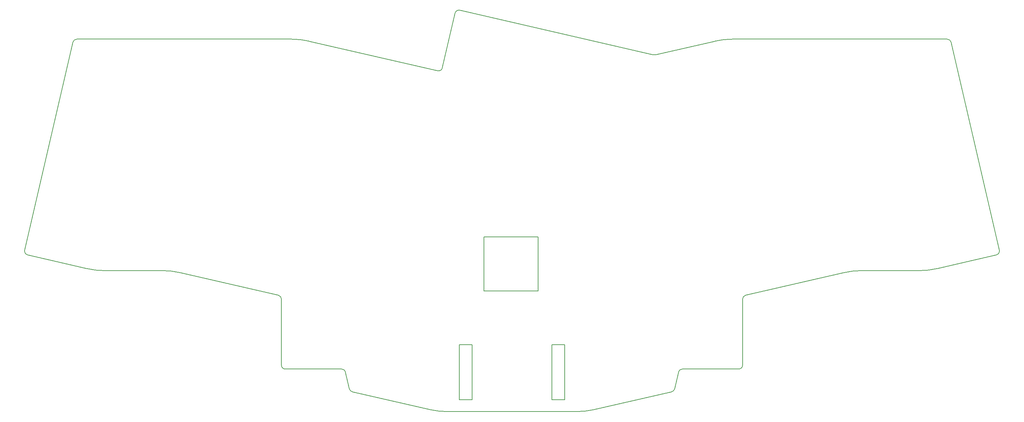
<source format=gm1>
G04 #@! TF.GenerationSoftware,KiCad,Pcbnew,(6.0.8-1)-1*
G04 #@! TF.CreationDate,2023-02-22T13:24:55+02:00*
G04 #@! TF.ProjectId,r41l2,7234316c-322e-46b6-9963-61645f706362,rev?*
G04 #@! TF.SameCoordinates,Original*
G04 #@! TF.FileFunction,Profile,NP*
%FSLAX46Y46*%
G04 Gerber Fmt 4.6, Leading zero omitted, Abs format (unit mm)*
G04 Created by KiCad (PCBNEW (6.0.8-1)-1) date 2023-02-22 13:24:55*
%MOMM*%
%LPD*%
G01*
G04 APERTURE LIST*
G04 #@! TA.AperFunction,Profile*
%ADD10C,0.200000*%
G04 #@! TD*
G04 #@! TA.AperFunction,Profile*
%ADD11C,0.150000*%
G04 #@! TD*
G04 APERTURE END LIST*
D10*
X159507785Y-82761120D02*
X159507785Y-68560320D01*
X135707785Y-82761120D02*
X135707785Y-68560320D01*
X132406785Y-68560320D02*
X132406785Y-82761120D01*
X156206785Y-82761120D02*
X159507785Y-82761120D01*
X132406785Y-82761120D02*
X135707785Y-82761120D01*
X135707785Y-68560320D02*
X132406785Y-68560320D01*
X156206785Y-68560320D02*
X156206785Y-82761120D01*
X159507785Y-68560320D02*
X156206785Y-68560320D01*
X103027876Y-75601724D02*
X104029619Y-79940749D01*
X182204254Y6408266D02*
X132462403Y17892077D01*
X131263082Y17142658D02*
X127999042Y3004549D01*
X258213530Y10426659D02*
X202788344Y10426659D01*
X205423144Y-73826675D02*
X205423144Y-56737494D01*
X40875138Y-49386504D02*
X55817491Y-49386504D01*
X32726670Y9651611D02*
X20308345Y-44138064D01*
X87491426Y-74826675D02*
X102053506Y-74826675D01*
X167177593Y-85297821D02*
X187135532Y-80690168D01*
X187884951Y-79940749D02*
X188886694Y-75601724D01*
X89126226Y10426659D02*
X33701040Y10426659D01*
X255538453Y-48873906D02*
X270856806Y-45337385D01*
X206198193Y-55763124D02*
X231598057Y-49899103D01*
X86491426Y-56737494D02*
X86491426Y-73826675D01*
X189861064Y-74826675D02*
X204423144Y-74826675D01*
X271606225Y-44138064D02*
X259187900Y9651611D01*
X236097079Y-49386504D02*
X251039432Y-49386504D01*
X60316513Y-49899103D02*
X85716377Y-55763124D01*
X126799721Y2255130D02*
X93625248Y9914061D01*
X21057764Y-45337385D02*
X36376117Y-48873906D01*
X129235998Y-85810420D02*
X162678572Y-85810420D01*
X198289322Y9914061D02*
X183104058Y6408266D01*
X104779038Y-80690168D02*
X124736977Y-85297821D01*
X104029619Y-79940749D02*
G75*
G03*
X104779038Y-80690168I974368J224949D01*
G01*
X182204254Y6408266D02*
G75*
G03*
X183104058Y6408266I449902J1948734D01*
G01*
X36376117Y-48873906D02*
G75*
G03*
X40875138Y-49386505I4499022J19487399D01*
G01*
X270856808Y-45337393D02*
G75*
G03*
X271606224Y-44138063I-224923J974352D01*
G01*
X259187934Y9651619D02*
G75*
G03*
X258213530Y10426660I-974449J-225060D01*
G01*
X124736977Y-85297821D02*
G75*
G03*
X129235998Y-85810420I4499022J19487399D01*
G01*
X162678572Y-85810419D02*
G75*
G03*
X167177593Y-85297821I-87J20000778D01*
G01*
X93625248Y9914061D02*
G75*
G03*
X89126227Y10426660I-4499022J-19487399D01*
G01*
X103027877Y-75601724D02*
G75*
G03*
X102053506Y-74826675I-974372J-224953D01*
G01*
X204423144Y-74826600D02*
G75*
G03*
X205423144Y-73826675I-259J1000259D01*
G01*
X202788344Y10426659D02*
G75*
G03*
X198289323Y9914060I-159J-19998600D01*
G01*
X251039432Y-49386502D02*
G75*
G03*
X255538453Y-48873905I-47J20000461D01*
G01*
X86491426Y-73826675D02*
G75*
G03*
X87491426Y-74826675I999999J-1D01*
G01*
X236097079Y-49386504D02*
G75*
G03*
X231598058Y-49899103I6J-20000037D01*
G01*
X206198196Y-55763138D02*
G75*
G03*
X205423144Y-56737494I224989J-974403D01*
G01*
X189861064Y-74826726D02*
G75*
G03*
X188886694Y-75601724I-79J-999915D01*
G01*
X132462403Y17892077D02*
G75*
G03*
X131263082Y17142658I-224951J-974370D01*
G01*
X60316513Y-49899103D02*
G75*
G03*
X55817492Y-49386504I-4499022J-19487399D01*
G01*
X33701040Y10426659D02*
G75*
G03*
X32726671Y9651611I1J-1000000D01*
G01*
X187135522Y-80690124D02*
G75*
G03*
X187884951Y-79940749I-224837J974283D01*
G01*
X86491425Y-56737494D02*
G75*
G03*
X85716377Y-55763124I-999996J3D01*
G01*
X126799721Y2255130D02*
G75*
G03*
X127999042Y3004549I224951J974370D01*
G01*
X20308344Y-44138064D02*
G75*
G03*
X21057765Y-45337386I974371J-224951D01*
G01*
D11*
X138723654Y-54630174D02*
X138723654Y-40630174D01*
X152723654Y-54630174D02*
X138723654Y-54630174D01*
X152723654Y-40630174D02*
X152723654Y-54630174D01*
X138723654Y-40630174D02*
X152723654Y-40630174D01*
M02*

</source>
